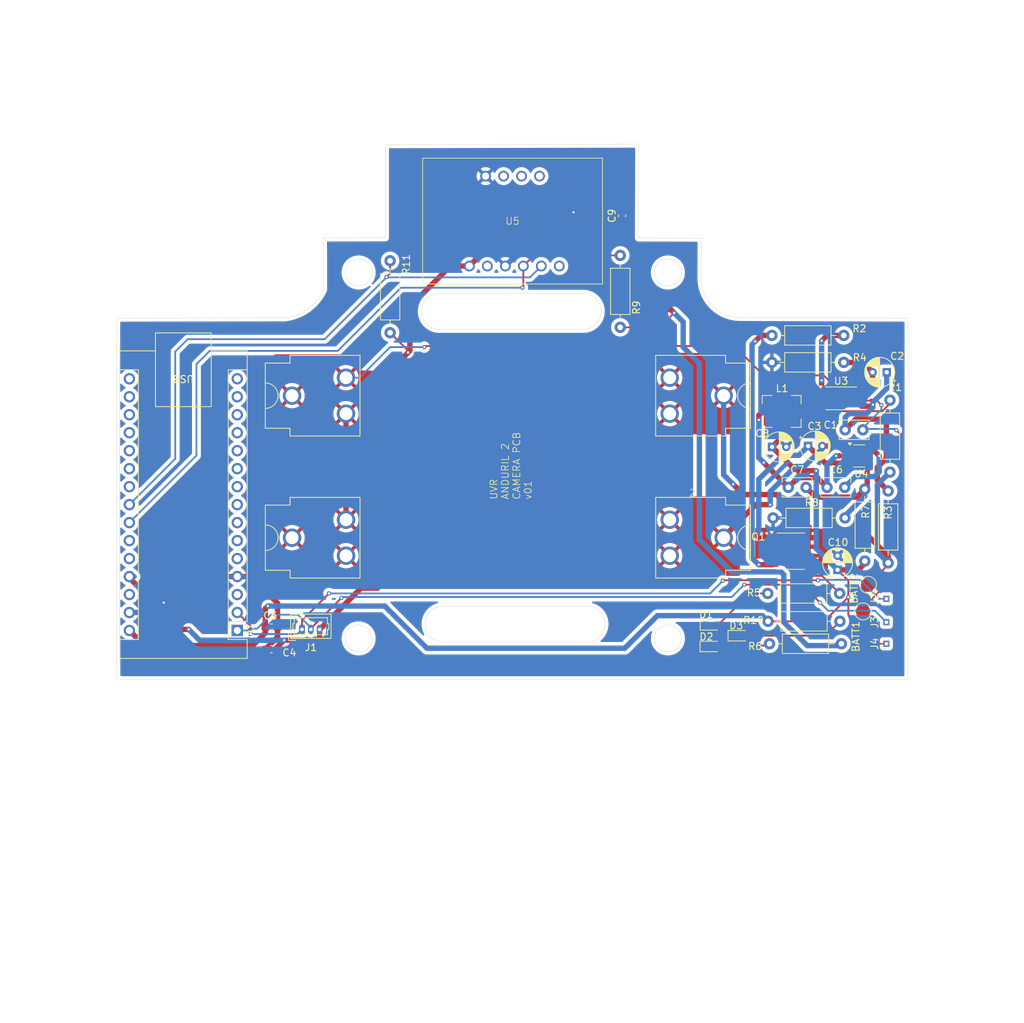
<source format=kicad_pcb>
(kicad_pcb (version 20240108) (generator "pcbnew") (generator_version "8.0")
  (layers (0 "F.Cu" signal) (31 "B.Cu" signal) (34 "B.Paste" user) (35 "F.Paste" user) (36 "B.SilkS" user "B.Silkscreen") (37 "F.SilkS" user "F.Silkscreen") (38 "B.Mask" user) (39 "F.Mask" user) (44 "Edge.Cuts" user))
  (net 0 "")
  (net 4 "GND")
  (net 8 "/A4")
  (net 14 "Net-(A1-D0{slash}RX)")
  (net 16 "/A5")
  (net 19 "Net-(A1-D1{slash}TX)")
  (net 26 "/+5V")
  (net 29 "/5V")
  (net 30 "/V-BATT+")
  (net 31 "/V-mid")
  (net 32 "/+7.4V")
  (net 33 "Net-(U4-SW)")
  (net 34 "Net-(U4-BST)")
  (net 35 "Net-(U4-FB)")
  (net 36 "Net-(Q1-G)")
  (net 37 "Net-(D1-K)")
  (net 38 "Net-(D1-A)")
  (net 39 "Net-(D2-K)")
  (net 40 "Net-(D2-A)")
  (net 41 "Net-(D3-K)")
  (net 42 "Net-(D3-A)")
  (net 43 "/VMP")
  (net 44 "/DOP")
  (net 54 "Net-(U3-VDD)")
  (net 55 "Net-(U3-VSS)")
  (net 56 "Net-(U2--)")
  (footprint "TestPoint:TestPoint_Pad_D2.0mm" (layer "F.Cu") (at 189.9412 112.5728)
    (property "Reference" "BATT2")
    (property "Value" "TestPoint")
  )
  (footprint "Resistor_THT:R_Axial_DIN0207_L6.3mm_D2.5mm_P10.16mm_Horizontal" (layer "F.Cu") (at 189.484 109.22 90)
    (property "Reference" "R7")
    (property "Value" "52k")
  )
  (footprint "Resistor_THT:R_Axial_DIN0207_L6.3mm_D2.5mm_P10.16mm_Horizontal" (layer "F.Cu") (at 186.69 103.124 180)
    (property "Reference" "R8")
    (property "Value" "10k")
  )
  (footprint "LED_SMD:LED_0603_1608Metric_Pad1.05x0.95mm_HandSolder" (layer "F.Cu") (at 167.894 118.237)
    (property "Reference" "D1")
    (property "Value" "LED")
  )
  (footprint "Capacitor_THT:CP_Radial_D4.0mm_P2.00mm" (layer "F.Cu") (at 181.483 92.964)
    (property "Reference" "C3")
    (property "Value" "10uF")
  )
  (footprint "Resistor_THT:R_Axial_DIN0207_L6.3mm_D2.5mm_P10.16mm_Horizontal" (layer "F.Cu") (at 122.428 76.962 90)
    (property "Reference" "R11")
    (property "Value" "10k")
  )
  (footprint "TestPoint:TestPoint_Pad_D2.0mm" (layer "F.Cu") (at 189.23 116.332)
    (property "Reference" "BATT1")
    (property "Value" "TestPoint")
  )
  (footprint "Capacitor_SMD:C_0603_1608Metric_Pad1.08x0.95mm_HandSolder" (layer "F.Cu") (at 155.194 60.452 90)
    (property "Reference" "C9")
    (property "Value" "100nF")
  )
  (footprint "Resistor_THT:R_Axial_DIN0207_L6.3mm_D2.5mm_P10.16mm_Horizontal" (layer "F.Cu") (at 175.811401 117.729)
    (property "Reference" "R10")
    (property "Value" "10k")
  )
  (footprint "Package_TO_SOT_SMD:TSOT-23-6" (layer "F.Cu") (at 188.678599 94.361)
    (property "Reference" "U4")
    (property "Value" "AP62200WU")
  )
  (footprint "Resistor_THT:R_Axial_DIN0207_L6.3mm_D2.5mm_P10.16mm_Horizontal" (layer "F.Cu") (at 186.519599 81.153 180)
    (property "Reference" "R4")
    (property "Value" "51")
  )
  (footprint "Connector_Molex:Molex_PicoBlade_53047-0310_1x03_P1.25mm_Vertical" (layer "F.Cu") (at 109.982 118.872)
    (property "Reference" "J1")
    (property "Value" "Conn_01x03_Pin")
  )
  (footprint "Capacitor_THT:CP_Radial_D4.0mm_P2.00mm" (layer "F.Cu") (at 192.583599 82.55 180)
    (property "Reference" "C2")
    (property "Value" "2.2uF")
  )
  (footprint "Resistor_THT:R_Axial_DIN0207_L6.3mm_D2.5mm_P10.16mm_Horizontal" (layer "F.Cu") (at 193.04 96.647 90)
    (property "Reference" "R1")
    (property "Value" "5.1k")
  )
  (footprint "Capacitor_SMD:C_0603_1608Metric_Pad1.08x0.95mm_HandSolder" (layer "F.Cu") (at 105.664 121.666 180)
    (property "Reference" "C4")
    (property "Value" "100uF")
  )
  (footprint "Inductor_SMD:L_Bourns-SRN5040" (layer "F.Cu") (at 178.391599 87.122)
    (property "Reference" "L1")
    (property "Value" "4.7uH")
  )
  (footprint "Capacitor_THT:C_Rect_L4.0mm_W2.5mm_P2.50mm" (layer "F.Cu") (at 184.146599 98.806)
    (property "Reference" "C6")
    (property "Value" "200nF")
  )
  (footprint "LED_SMD:LED_0603_1608Metric_Pad1.05x0.95mm_HandSolder" (layer "F.Cu") (at 167.88 121.285)
    (property "Reference" "D2")
    (property "Value" "LED")
  )
  (footprint "Resistor_THT:R_Axial_DIN0207_L6.3mm_D2.5mm_P10.16mm_Horizontal" (layer "F.Cu") (at 192.786 99.314 -90)
    (property "Reference" "R3")
    (property "Value" "1k")
  )
  (footprint "Capacitor_THT:C_Rect_L4.0mm_W2.5mm_P2.50mm" (layer "F.Cu") (at 178.685599 98.806)
    (property "Reference" "C7")
    (property "Value" "20pF")
  )
  (footprint "Capacitor_THT:CP_Radial_D4.0mm_P2.00mm" (layer "F.Cu") (at 176.391599 93.091)
    (property "Reference" "C8")
    (property "Value" "22uF")
  )
  (footprint "Capacitor_THT:CP_Radial_D4.0mm_P2.00mm" (layer "F.Cu") (at 185.630599 110.458 90)
    (property "Reference" "C10")
    (property "Value" "22uF")
  )
  (footprint "Package_SO:SO-8_3.9x4.9mm_P1.27mm" (layer "F.Cu") (at 179.026599 107.823)
    (property "Reference" "Q1")
    (property "Value" "IRF7780M")
  )
  (footprint "Capacitor_THT:C_Rect_L4.0mm_W2.5mm_P2.50mm" (layer "F.Cu") (at 186.71 90.678)
    (property "Reference" "C1")
    (property "Value" "0.1uF")
  )
  (footprint "Connector_PinHeader_1.00mm:PinHeader_1x01_P1.00mm_Vertical" (layer "F.Cu") (at 192.532 120.904 90)
    (property "Reference" "J4")
    (property "Value" "Conn_01x01_Pin")
  )
  (footprint "Package_SO:TSSOP-8_4.4x3mm_P0.65mm" (layer "F.Cu") (at 186.138599 86.233)
    (property "Reference" "U3")
    (property "Value" "~")
  )
  (footprint "Capacitor_SMD:C_0603_1608Metric_Pad1.08x0.95mm_HandSolder" (layer "F.Cu") (at 105.664 118.618 180)
    (property "Reference" "C5")
    (property "Value" "100nF")
  )
  (footprint "Connector_PinHeader_1.00mm:PinHeader_1x01_P1.00mm_Vertical" (layer "F.Cu") (at 192.532 117.856 90)
    (property "Reference" "J3")
    (property "Value" "Conn_01x01_Pin")
  )
  (footprint "Resistor_THT:R_Axial_DIN0207_L6.3mm_D2.5mm_P10.16mm_Horizontal" (layer "F.Cu") (at 154.94 76.2 90)
    (property "Reference" "R9")
    (property "Value" "10k")
  )
  (footprint "CUSTOM_footprints:BatteryClip_Keystone_54_D16-19mm" (layer "F.Cu") (at 171.577 85.852 180)
    (property "Reference" "U1" (hide yes))
    (property "Value" "3.4v")
  )
  (footprint "CUSTOM_footprints:ADX375L" (layer "F.Cu") (at 139.7254 61.1886)
    (property "Reference" "U5")
    (property "Value" "~")
  )
  (footprint "Resistor_THT:R_Axial_DIN0207_L6.3mm_D2.5mm_P10.16mm_Horizontal" (layer "F.Cu") (at 186.182 120.904 180)
    (property "Reference" "R6")
    (property "Value" "10k")
  )
  (footprint "CUSTOM_footprints:BatteryClip_Keystone_54_D16-19mm" (layer "F.Cu") (at 106.549 105.918)
    (property "Reference" "U2" (hide yes))
    (property "Value" "3.4v")
  )
  (footprint "Connector_PinHeader_1.00mm:PinHeader_1x01_P1.00mm_Vertical" (layer "F.Cu") (at 192.532 114.554 90)
    (property "Reference" "J2")
    (property "Value" "Conn_01x01_Pin")
  )
  (footprint "Resistor_THT:R_Axial_DIN0207_L6.3mm_D2.5mm_P10.16mm_Horizontal" (layer "F.Cu") (at 185.928 113.792 180)
    (property "Reference" "R5")
    (property "Value" "10k")
  )
  (footprint "Resistor_THT:R_Axial_DIN0207_L6.3mm_D2.5mm_P10.16mm_Horizontal" (layer "F.Cu") (at 176.359599 77.343)
    (property "Reference" "R2")
    (property "Value" "5.1k")
  )
  (footprint "LED_SMD:LED_0603_1608Metric_Pad1.05x0.95mm_HandSolder" (layer "F.Cu") (at 171.831 119.761)
    (property "Reference" "D3")
    (property "Value" "LED")
  )
  (footprint "Module:Arduino_Nano" (layer "F.Cu") (at 100.838 119.0244 180)
    (property "Reference" "A1")
    (property "Value" "Arduino_Nano_v2.x")
  )
  (gr_circle (center 117.983 68.453) (end 119.888 68.453) (stroke (width 0.05)) (fill none) (layer "Edge.Cuts"))
  (gr_line (start 83.8 74.9) (end 83.82 125.984) (stroke (width 0.05)) (layer "Edge.Cuts"))
  (gr_line (start 121.7676 63.5508) (end 121.7676 50.3936) (stroke (width 0.05)) (layer "Edge.Cuts"))
  (gr_line (start 129.921 115.57) (end 150.241 115.57) (stroke (width 0.05)) (layer "Edge.Cuts"))
  (gr_arc (start 171.857121 74.797707) (mid 167.932373 73.125641) (end 166.3492 69.1642) (stroke (width 0.05)) (layer "Edge.Cuts"))
  (gr_line (start 195.58 125.984) (end 195.6 74.9) (stroke (width 0.05)) (layer "Edge.Cuts"))
  (gr_line (start 166.3492 69.1642) (end 166.37 64.008) (stroke (width 0.05)) (layer "Edge.Cuts"))
  (gr_arc (start 152.2476 73.939402) (mid 151.503651 75.735452) (end 149.7076 76.479402) (stroke (width 0.05)) (layer "Edge.Cuts"))
  (gr_line (start 107.569 74.8538) (end 83.8 74.9) (stroke (width 0.05)) (layer "Edge.Cuts"))
  (gr_line (start 113.03 66.421) (end 113.0046 63.5762) (stroke (width 0.05)) (layer "Edge.Cuts"))
  (gr_line (start 129.3876 71.3994) (end 149.7076 71.3994) (stroke (width 0.05)) (layer "Edge.Cuts"))
  (gr_circle (center 117.983 120.142) (end 119.888 120.142) (stroke (width 0.05)) (fill none) (layer "Edge.Cuts"))
  (gr_line (start 157.5054 63.5762) (end 166.37 63.6016) (stroke (width 0.05)) (layer "Edge.Cuts"))
  (gr_line (start 157.5054 63.5762) (end 157.5562 50.3174) (stroke (width 0.05)) (layer "Edge.Cuts"))
  (gr_arc (start 149.7076 71.3994) (mid 151.503651 72.143349) (end 152.2476 73.9394) (stroke (width 0.05)) (layer "Edge.Cuts"))
  (gr_arc (start 150.241 115.57) (mid 152.037051 116.313949) (end 152.781 118.11) (stroke (width 0.05)) (layer "Edge.Cuts"))
  (gr_arc (start 113.03 70.8914) (mid 110.816978 73.585791) (end 107.569 74.8538) (stroke (width 0.05)) (layer "Edge.Cuts"))
  (gr_line (start 166.37 63.6016) (end 166.37 64.008) (stroke (width 0.05)) (layer "Edge.Cuts"))
  (gr_circle (center 161.671 120.142) (end 163.576 120.142) (stroke (width 0.05)) (fill none) (layer "Edge.Cuts"))
  (gr_arc (start 129.3876 76.4794) (mid 127.591549 75.735451) (end 126.8476 73.9394) (stroke (width 0.05)) (layer "Edge.Cuts"))
  (gr_arc (start 127.380999 118.109999) (mid 128.124948 116.313948) (end 129.920999 115.569999) (stroke (width 0.05)) (layer "Edge.Cuts"))
  (gr_line (start 113.03 70.8914) (end 113.03 66.421) (stroke (width 0.05)) (layer "Edge.Cuts"))
  (gr_line (start 121.7676 50.3936) (end 123.0122 50.3936) (stroke (width 0.05)) (layer "Edge.Cuts"))
  (gr_line (start 121.7676 63.5508) (end 113.0046 63.5762) (stroke (width 0.05)) (layer "Edge.Cuts"))
  (gr_line (start 195.6 74.9) (end 171.857121 74.797707) (stroke (width 0.05)) (layer "Edge.Cuts"))
  (gr_line (start 129.3876 76.4794) (end 149.7076 76.4794) (stroke (width 0.05)) (layer "Edge.Cuts"))
  (gr_arc (start 126.847599 73.939399) (mid 127.591548 72.143348) (end 129.387599 71.399399) (stroke (width 0.05)) (layer "Edge.Cuts"))
  (gr_line (start 129.921 120.65) (end 150.241 120.65) (stroke (width 0.05)) (layer "Edge.Cuts"))
  (gr_line (start 157.5562 50.3174) (end 123.0122 50.3936) (stroke (width 0.05)) (layer "Edge.Cuts"))
  (gr_line (start 195.58 125.984) (end 83.82 125.984) (stroke (width 0.05)) (layer "Edge.Cuts"))
  (gr_arc (start 129.921 120.65) (mid 128.124949 119.906051) (end 127.381 118.11) (stroke (width 0.05)) (layer "Edge.Cuts"))
  (gr_arc (start 152.781 118.110002) (mid 152.037051 119.906052) (end 150.241 120.650002) (stroke (width 0.05)) (layer "Edge.Cuts"))
  (gr_circle (center 161.671 68.453) (end 163.576 68.453) (stroke (width 0.05)) (fill none) (layer "Edge.Cuts"))
  (gr_text "UVR\nANDURIL 2\nCAMERA PCB\nv01" (at 142.494 100.584 90) (layer "F.SilkS") (effects (font (size 1 1) (thickness 0.1)) (justify left bottom)))
  (gr_text "2" (at 164.592 100.203 0) (layer "F.SilkS") (effects (font (size 1 1) (thickness 0.1)) (justify left bottom)))
  (segment (start 155.194 59.5895) (end 148.6905 59.5895) (width 0.762) (layer "F.Cu") (net 4))
  (segment (start 104.8015 121.666) (end 106.5265 119.941) (width 0.762) (layer "F.Cu") (net 4))
  (segment (start 94.1324 111.4044) (end 100.838 111.4044) (width 0.762) (layer "F.Cu") (net 4))
  (segment (start 90.4494 115.0874) (end 94.1324 111.4044) (width 0.762) (layer "F.Cu") (net 4))
  (segment (start 106.5265 119.941) (end 106.5265 118.618) (width 0.762) (layer "F.Cu") (net 4))
  (segment (start 148.6905 59.5895) (end 148.336 59.944) (width 0.762) (layer "F.Cu") (net 4))
  (segment (start 106.5265 118.618) (end 106.5265 115.1625) (width 0.762) (layer "F.Cu") (net 4))
  (segment (start 106.5265 115.1625) (end 102.7684 111.4044) (width 0.762) (layer "F.Cu") (net 4))
  (segment (start 102.7684 111.4044) (end 100.838 111.4044) (width 0.762) (layer "F.Cu") (net 4))
  (via (at 90.4494 115.0874) (size 0.6) (drill 0.3) (layers "F.Cu" "B.Cu") (net 4))
  (via (at 148.336 59.944) (size 0.6) (drill 0.3) (layers "F.Cu" "B.Cu") (net 4))
  (segment (start 146.304 59.944) (end 138.7094 67.5386) (width 0.762) (layer "B.Cu") (net 4))
  (segment (start 148.336 59.944) (end 146.304 59.944) (width 0.762) (layer "B.Cu") (net 4))
  (segment (start 89.0524 116.4844) (end 85.598 116.4844) (width 0.762) (layer "B.Cu") (net 4))
  (segment (start 90.4494 115.0874) (end 89.0524 116.4844) (width 0.762) (layer "B.Cu") (net 4))
  (segment (start 90.4494 115.0874) (end 89.3064 116.2304) (width 0.762) (layer "B.Cu") (net 4))
  (segment (start 122.428 68.58) (end 121.92 69.088) (width 0.254) (layer "F.Cu") (net 8))
  (segment (start 122.428 66.802) (end 122.428 68.58) (width 0.254) (layer "F.Cu") (net 8))
  (via (at 121.92 69.088) (size 0.6) (drill 0.3) (layers "F.Cu" "B.Cu") (net 8))
  (segment (start 113.1824 77.8764) (end 121.92 69.1388) (width 0.254) (layer "B.Cu") (net 8))
  (segment (start 85.598 101.2444) (end 92.074106 94.768294) (width 0.254) (layer "B.Cu") (net 8))
  (segment (start 121.92 69.1388) (end 121.92 69.088) (width 0.254) (layer "B.Cu") (net 8))
  (segment (start 121.9708 69.088) (end 121.92 69.1388) (width 0.254) (layer "B.Cu") (net 8))
  (segment (start 92.074106 94.768294) (end 92.074106 79.629894) (width 0.254) (layer "B.Cu") (net 8))
  (segment (start 92.074106 79.629894) (end 93.8276 77.8764) (width 0.254) (layer "B.Cu") (net 8))
  (segment (start 142.1892 69.1388) (end 143.7894 67.5386) (width 0.254) (layer "B.Cu") (net 8))
  (segment (start 93.8276 77.8764) (end 113.1824 77.8764) (width 0.254) (layer "B.Cu") (net 8))
  (segment (start 121.92 69.088) (end 121.9708 69.088) (width 0.254) (layer "B.Cu") (net 8))
  (segment (start 121.92 69.1388) (end 142.1892 69.1388) (width 0.254) (layer "B.Cu") (net 8))
  (segment (start 113.792 113.792) (end 109.982 117.602) (width 0.254) (layer "F.Cu") (net 14))
  (segment (start 182.88 111.9298) (end 169.5022 111.9298) (width 0.254) (layer "F.Cu") (net 14))
  (segment (start 102.719247 118.365647) (end 100.838 116.4844) (width 0.254) (layer "F.Cu") (net 14))
  (segment (start 102.719247 119.500455) (end 102.719247 118.365647) (width 0.254) (layer "F.Cu") (net 14))
  (segment (start 169.5022 111.9298) (end 169.418 112.014) (width 0.254) (layer "F.Cu") (net 14))
  (segment (start 109.982 117.602) (end 109.982 118.872) (width 0.254) (layer "F.Cu") (net 14))
  (via (at 182.88 111.9298) (size 0.6) (drill 0.3) (layers "F.Cu" "B.Cu") (net 14))
  (via (at 113.792 113.792) (size 0.6) (drill 0.3) (layers "F.Cu" "B.Cu") (net 14))
  (via (at 169.418 112.014) (size 0.6) (drill 0.3) (layers "F.Cu" "B.Cu") (net 14))
  (via (at 102.719247 119.500455) (size 0.6) (drill 0.3) (layers "F.Cu" "B.Cu") (net 14))
  (segment (start 169.418 112.014) (end 169.5672 111.8648) (width 0.254) (layer "B.Cu") (net 14))
  (segment (start 167.64 113.792) (end 169.418 112.014) (width 0.254) (layer "B.Cu") (net 14))
  (segment (start 102.751192 119.5324) (end 109.3216 119.5324) (width 0.254) (layer "B.Cu") (net 14))
  (segment (start 191.516 114.554) (end 192.532 114.554) (width 0.254) (layer "B.Cu") (net 14))
  (segment (start 113.792 113.792) (end 167.64 113.792) (width 0.254) (layer "B.Cu") (net 14))
  (segment (start 102.719247 119.500455) (end 102.751192 119.5324) (width 0.254) (layer "B.Cu") (net 14))
  (segment (start 109.3216 119.5324) (end 109.982 118.872) (width 0.254) (layer "B.Cu") (net 14))
  (segment (start 188.8268 111.8648) (end 191.516 114.554) (width 0.254) (layer "B.Cu") (net 14))
  (segment (start 182.945 111.8648) (end 188.8268 111.8648) (width 0.254) (layer "B.Cu") (net 14))
  (segment (start 182.88 111.9298) (end 182.945 111.8648) (width 0.254) (layer "B.Cu") (net 14))
  (segment (start 141.2494 70.4724) (end 141.2494 67.5386) (width 0.254) (layer "F.Cu") (net 16))
  (segment (start 154.94 66.04) (end 142.748 66.04) (width 0.254) (layer "F.Cu") (net 16))
  (segment (start 141.1224 70.5994) (end 141.2494 70.4724) (width 0.254) (layer "F.Cu") (net 16))
  (segment (start 142.748 66.04) (end 141.2494 67.5386) (width 0.254) (layer "F.Cu") (net 16))
  (via (at 141.1224 70.5994) (size 0.6) (drill 0.3) (layers "F.Cu" "B.Cu") (net 16))
  (segment (start 85.598 103.7844) (end 95.0722 94.3102) (width 0.254) (layer "B.Cu") (net 16))
  (segment (start 95.0722 81.407) (end 96.9518 79.5274) (width 0.254) (layer "B.Cu") (net 16))
  (segment (start 95.0722 94.3102) (end 95.0722 94.107) (width 0.254) (layer "B.Cu") (net 16))
  (segment (start 123.9646 70.5994) (end 141.1224 70.5994) (width 0.254) (layer "B.Cu") (net 16))
  (segment (start 95.0722 94.107) (end 95.0722 81.407) (width 0.254) (layer "B.Cu") (net 16))
  (segment (start 96.9518 79.5274) (end 115.0366 79.5274) (width 0.254) (layer "B.Cu") (net 16))
  (segment (start 123.7234 70.8406) (end 123.9646 70.5994) (width 0.254) (layer "B.Cu") (net 16))
  (segment (start 115.0366 79.5274) (end 123.7234 70.8406) (width 0.254) (layer "B.Cu") (net 16))
  (segment (start 183.134 115.062) (end 180.6288 112.5568) (width 0.254) (layer "F.Cu") (net 19))
  (segment (start 111.232 118.872) (end 111.232 118.622) (width 0.254) (layer "F.Cu") (net 19))
  (segment (start 111.232 118.872) (end 111.232 118.741) (width 0.254) (layer "F.Cu") (net 19))
  (segment (start 180.6288 112.5568) (end 172.466 112.5568) (width 0.254) (layer "F.Cu") (net 19))
  (segment (start 111.232 118.741) (end 115.554 114.419) (width 0.254) (layer "F.Cu") (net 19))
  (via (at 172.466 112.5568) (size 0.6) (drill 0.3) (layers "F.Cu" "B.Cu") (net 19))
  (via (at 115.554 114.419) (size 0.6) (drill 0.3) (layers "F.Cu" "B.Cu") (net 19))
  (via (at 183.134 115.062) (size 0.6) (drill 0.3) (layers "F.Cu" "B.Cu") (net 19))
  (segment (start 105.6132 116.7892) (end 103.632 118.7704) (width 0.254) (layer "B.Cu") (net 19))
  (segment (start 102.3112 119.0244) (end 102.5652 118.7704) (width 0.254) (layer "B.Cu") (net 19))
  (segment (start 172.466 112.522) (end 170.688 114.3) (width 0.254) (layer "B.Cu") (net 19))
  (segment (start 109.3992 116.7892) (end 105.6132 116.7892) (width 0.254) (layer "B.Cu") (net 19))
  (segment (start 170.688 114.3) (end 115.554 114.3) (width 0.254) (layer "B.Cu") (net 19))
  (segment (start 111.232 118.622) (end 109.3992 116.7892) (width 0.254) (layer "B.Cu") (net 19))
  (segment (start 103.632 118.7704) (end 102.5652 118.7704) (width 0.254) (layer "B.Cu") (net 19))
  (segment (start 100.838 119.0244) (end 102.3112 119.0244) (width 0.254) (layer "B.Cu") (net 19))
  (segment (start 184.3024 116.2304) (end 183.134 115.062) (width 0.254) (layer "B.Cu") (net 19))
  (segment (start 111.232 118.622) (end 111.232 118.872) (width 0.254) (layer "B.Cu") (net 19))
  (segment (start 190.9064 116.2304) (end 184.3024 116.2304) (width 0.254) (layer "B.Cu") (net 19))
  (segment (start 192.532 117.856) (end 190.9064 116.2304) (width 0.254) (layer "B.Cu") (net 19))
  (segment (start 161.2657 73.6843) (end 158.671882 71.090482) (width 0.762) (layer "F.Cu") (net 26))
  (segment (start 106.5265 121.3115) (end 106.5265 121.666) (width 0.762) (layer "F.Cu") (net 26))
  (segment (start 118.324 113.03) (end 112.482 118.872) (width 0.762) (layer "F.Cu") (net 26))
  (segment (start 162.56 74.168) (end 162.0763 73.6843) (width 0.762) (layer "F.Cu") (net 26))
  (segment (start 156.972 65.532) (end 155.194 63.754) (width 0.762) (layer "F.Cu") (net 26))
  (segment (start 112.482 120.284) (end 112.482 118.872) (width 0.762) (layer "F.Cu") (net 26))
  (segment (start 92.873526 118.872) (end 85.598 111.596474) (width 0.762) (layer "F.Cu") (net 26))
  (segment (start 120.65 113.03) (end 118.324 113.03) (width 0.762) (layer "F.Cu") (net 26))
  (segment (start 162.0763 73.6843) (end 161.2657 73.6843) (width 0.762) (layer "F.Cu") (net 26))
  (segment (start 122.428 76.962) (end 124.968 79.502) (width 0.254) (layer "F.Cu") (net 26))
  (segment (start 121.412 83.312) (end 124.968 79.756) (width 0.762) (layer "F.Cu") (net 26))
  (segment (start 125.222 79.502) (end 125.222 73.25433) (width 0.762) (layer "F.Cu") (net 26))
  (segment (start 107.442 120.396) (end 106.5265 121.3115) (width 0.762) (layer "F.Cu") (net 26))
  (segment (start 112.37 120.396) (end 112.482 120.284) (width 0.762) (layer "F.Cu") (net 26))
  (segment (start 121.412 112.268) (end 121.412 83.312) (width 0.762) (layer "F.Cu") (net 26))
  (segment (start 133.6294 67.5386) (end 139.8535 61.3145) (width 0.762) (layer "F.Cu") (net 26))
  (segment (start 124.968 79.756) (end 125.222 79.502) (width 0.762) (layer "F.Cu") (net 26))
  (segment (start 155.194 63.754) (end 155.194 61.3145) (width 0.762) (layer "F.Cu") (net 26))
  (segment (start 158.671882 71.090482) (end 158.671882 65.532) (width 0.762) (layer "F.Cu") (net 26))
  (segment (start 124.968 79.502) (end 124.968 79.756) (width 0.254) (layer "F.Cu") (net 26))
  (segment (start 139.8535 61.3145) (end 155.194 61.3145) (width 0.762) (layer "F.Cu") (net 26))
  (segment (start 107.442 120.396) (end 112.37 120.396) (width 0.762) (layer "F.Cu") (net 26))
  (segment (start 93.98 118.872) (end 92.873526 118.872) (width 0.762) (layer "F.Cu") (net 26))
  (segment (start 154.94 76.2) (end 160.528 76.2) (width 0.254) (layer "F.Cu") (net 26))
  (segment (start 125.222 73.25433) (end 130.93773 67.5386) (width 0.762) (layer "F.Cu") (net 26))
  (segment (start 85.598 111.596474) (end 85.598 111.4044) (width 0.762) (layer "F.Cu") (net 26))
  (segment (start 160.528 76.2) (end 162.56 74.168) (width 0.254) (layer "F.Cu") (net 26))
  (segment (start 130.93773 67.5386) (end 133.6294 67.5386) (width 0.762) (layer "F.Cu") (net 26))
  (segment (start 120.65 113.03) (end 121.412 112.268) (width 0.762) (layer "F.Cu") (net 26))
  (segment (start 158.671882 65.532) (end 156.972 65.532) (width 0.762) (layer "F.Cu") (net 26))
  (via (at 107.442 120.396) (size 0.6) (drill 0.3) (layers "F.Cu" "B.Cu") (net 26))
  (via (at 124.968 79.756) (size 0.6) (drill 0.3) (layers "F.Cu" "B.Cu") (net 26))
  (via (at 93.98 118.872) (size 0.6) (drill 0.3) (layers "F.Cu" "B.Cu") (net 26))
  (via (at 162.56 74.168) (size 0.6) (drill 0.3) (layers "F.Cu" "B.Cu") (net 26))
  (segment (start 166.116 81.28) (end 166.116 106.172) (width 0.762) (layer "B.Cu") (net 26))
  (segment (start 178.054 111.1568) (end 178.054 117.856) (width 0.762) (layer "B.Cu") (net 26))
  (segment (start 166.116 106.172) (end 170.688 110.744) (width 0.762) (layer "B.Cu") (net 26))
  (segment (start 163.83 75.438) (end 163.83 78.967262) (width 0.762) (layer "B.Cu") (net 26))
  (segment (start 170.688 110.744) (end 177.6412 110.744) (width 0.762) (layer "B.Cu") (net 26))
  (segment (start 163.816631 78.980631) (end 166.116 81.28) (width 0.762) (layer "B.Cu") (net 26))
  (segment (start 162.56 74.168) (end 163.83 75.438) (width 0.762) (layer "B.Cu") (net 26))
  (segment (start 177.6412 110.744) (end 178.054 111.1568) (width 0.762) (layer "B.Cu") (net 26))
  (segment (start 107.4326 120.4054) (end 95.5134 120.4054) (width 0.762) (layer "B.Cu") (net 26))
  (segment (start 181.356 121.158) (end 186.055 121.158) (width 0.762) (layer "B.Cu") (net 26))
  (segment (start 86.2584 111.4044) (end 85.598 111.4044) (width 0.762) (layer "B.Cu") (net 26))
  (segment (start 163.83 78.967262) (end 163.816631 78.980631) (width 0.762) (layer "B.Cu") (net 26))
  (segment (start 107.442 120.396) (end 107.4326 120.4054) (width 0.762) (layer "B.Cu") (net 26))
  (segment (start 178.054 117.856) (end 181.356 121.158) (width 0.762) (layer "B.Cu") (net 26))
  (segment (start 95.5134 120.4054) (end 93.98 118.872) (width 0.762) (layer "B.Cu") (net 26))
  (segment (start 187.15389 114.314335) (end 187.241155 114.4016) (width 0.254) (layer "F.Cu") (net 29))
  (segment (start 187.15389 114.314335) (end 187.15389 116.79589) (width 0.254) (layer "F.Cu") (net 29))
  (segment (start 191.262 120.904) (end 192.532 120.904) (width 0.254) (layer "F.Cu") (net 29))
  (segment (start 183.739225 117.729) (end 175.811401 117.729) (width 0.254) (layer "F.Cu") (net 29))
  (segment (start 179.541599 90.641599) (end 179.541599 88.062) (width 0.762) (layer "F.Cu") (net 29))
  (segment (start 87.7316 121.158) (end 103.008359 121.158) (width 0.762) (layer "F.Cu") (net 29))
  (segment (start 104.8015 119.364859) (end 104.8015 118.618) (width 0.762) (layer "F.Cu") (net 29))
  (segment (start 176.391599 93.091) (end 178.804599 90.678) (width 0.762) (layer "F.Cu") (net 29))
  (segment (start 103.008359 121.158) (end 104.8015 119.364859) (width 0.762) (layer "F.Cu") (net 29))
  (segment (start 85.598 119.0244) (end 87.7316 121.158) (width 0.762) (layer "F.Cu") (net 29))
  (segment (start 178.804599 90.678) (end 179.505198 90.678) (width 0.762) (layer "F.Cu") (net 29))
  (segment (start 179.505198 90.678) (end 179.541599 90.641599) (width 0.762) (layer "F.Cu") (net 29))
  (segment (start 188.583599 110.458) (end 189.821599 109.22) (width 0.762) (layer "F.Cu") (net 29))
  (segment (start 187.15389 114.314335) (end 187.15389 111.981291) (width 0.254) (layer "F.Cu") (net 29))
  (segment (start 187.15389 116.79589) (end 191.262 120.904) (width 0.254) (layer "F.Cu") (net 29))
  (segment (start 187.15389 111.981291) (end 185.630599 110.458) (width 0.254) (layer "F.Cu") (net 29))
  (segment (start 104.8015 118.618) (end 104.8015 115.9245) (width 0.762) (layer "F.Cu") (net 29))
  (segment (start 185.630599 110.458) (end 188.583599 110.458) (width 0.762) (layer "F.Cu") (net 29))
  (segment (start 182.626 96.463) (end 179.763599 96.463) (width 0.762) (layer "F.Cu") (net 29))
  (segment (start 104.8015 115.9245) (end 105.156 115.57) (width 0.762) (layer "F.Cu") (net 29))
  (segment (start 179.763599 96.463) (end 176.391599 93.091) (width 0.762) (layer "F.Cu") (net 29))
  (segment (start 187.15389 114.314335) (end 183.739225 117.729) (width 0.254) (layer "F.Cu") (net 29))
  (via (at 182.626 96.463) (size 0.6) (drill 0.3) (layers "F.Cu" "B.Cu") (net 29))
  (via (at 105.156 115.57) (size 0.6) (drill 0.3) (layers "F.Cu" "B.Cu") (net 29))
  (via (at 187.15389 114.314335) (size 0.6) (drill 0.3) (layers "F.Cu" "B.Cu") (net 29))
  (segment (start 160.184999 116.929001) (end 175.011402 116.929001) (width 0.762) (layer "B.Cu") (net 29))
  (segment (start 105.156 115.57) (end 121.666 115.57) (width 0.762) (layer "B.Cu") (net 29))
  (segment (start 121.666 115.57) (end 127.627 121.531) (width 0.762) (layer "B.Cu") (net 29))
  (segment (start 127.627 121.531) (end 155.583 121.531) (width 0.762) (layer "B.Cu") (net 29))
  (segment (start 155.583 121.531) (end 160.184999 116.929001) (width 0.762) (layer "B.Cu") (net 29))
  (segment (start 182.626 96.463) (end 182.626 107.453401) (width 0.762) (layer "B.Cu") (net 29))
  (segment (start 182.626 107.453401) (end 185.630599 110.458) (width 0.762) (layer "B.Cu") (net 29))
  (segment (start 175.011402 116.929001) (end 175.811401 117.729) (width 0.762) (layer "B.Cu") (net 29))
  (segment (start 170.8785 98.3615) (end 172.339 99.822) (width 0.762) (layer "F.Cu") (net 30))
  (segment (start 177.001473 99.822) (end 181.601599 104.422126) (width 0.762) (layer "F.Cu") (net 30))
  (segment (start 172.339 99.822) (end 177.001473 99.822) (width 0.762) (layer "F.Cu") (net 30))
  (segment (start 192.786 109.474) (end 192.786 109.728) (width 0.254) (layer "F.Cu") (net 30))
  (segment (start 190.202599 105.918) (end 181.601599 105.918) (width 0.762) (layer "F.Cu") (net 30))
  (segment (start 181.601599 104.422126) (end 181.601599 105.918) (width 0.762) (layer "F.Cu") (net 30))
  (segment (start 192.786 109.474) (end 192.786 108.501401) (width 0.762) (layer "F.Cu") (net 30))
  (segment (start 192.786 108.501401) (end 190.202599 105.918) (width 0.762) (layer "F.Cu") (net 30))
  (segment (start 192.786 109.728) (end 189.9412 112.5728) (width 0.254) (layer "F.Cu") (net 30))
  (via (at 170.8785 98.3615) (size 0.6) (drill 0.3) (layers "F.Cu" "B.Cu") (net 30))
  (segment (start 191.262 107.95) (end 192.786 109.474) (width 0.762) (layer "B.Cu") (net 30))
  (segment (start 170.8785 98.3615) (end 169.545 97.028) (width 0.762) (layer "B.Cu") (net 30))
  (segment (start 193.04 96.647) (end 191.262 98.425) (width 0.762) (layer "B.Cu") (net 30))
  (segment (start 169.545 97.028) (end 169.545 85.852) (width 0.762) (layer "B.Cu") (net 30))
  (segment (start 191.262 98.425) (end 191.262 107.95) (width 0.762) (layer "B.Cu") (net 30))
  (segment (start 189.8904 116.3828) (end 189.8904 115.1636) (width 0.254) (layer "F.Cu") (net 31))
  (segment (start 189.921 86.558) (end 189.001099 86.558) (width 0.254) (layer "F.Cu") (net 31))
  (segment (start 183.681263 82.985) (end 175.187 82.985) (width 0.254) (layer "F.Cu") (net 31))
  (segment (start 189.8904 115.1636) (end 194.631599 110.422401) (width 0.254) (layer "F.Cu") (net 31))
  (segment (start 175.187 82.985) (end 171.0436 78.8416) (width 0.254) (layer "F.Cu") (net 31))
  (segment (start 171.0436 78.8416) (end 127.4064 78.8416) (width 0.254) (layer "F.Cu") (net 31))
  (segment (start 190.333736 86.414) (end 190.189736 86.558) (width 0.254) (layer "F.Cu") (net 31))
  (segment (start 187.254263 86.558) (end 183.681263 82.985) (width 0.254) (layer "F.Cu") (net 31))
  (segment (start 116.201 88.396) (end 116.197 88.392) (width 0.762) (layer "F.Cu") (net 31))
  (segment (start 116.201 103.378) (end 116.201 88.396) (width 0.762) (layer "F.Cu") (net 31))
  (segment (start 194.631599 91.405999) (end 193.9544 90.7288) (width 0.254) (layer "F.Cu") (net 31))
  (segment (start 191.821462 87.173462) (end 191.062 86.414) (width 0.254) (layer "F.Cu") (net 31))
  (segment (start 191.062 86.414) (end 190.333736 86.414) (width 0.254) (layer "F.Cu") (net 31))
  (segment (start 189.001099 86.558) (end 187.254263 86.558) (width 0.254) (layer "F.Cu") (net 31))
  (segment (start 127.4064 78.8416) (end 127.254 78.994) (width 0.254) (layer "F.Cu") (net 31))
  (segment (start 190.189736 86.558) (end 189.921 86.558) (width 0.254) (layer "F.Cu") (net 31))
  (segment (start 194.631599 110.422401) (end 194.631599 91.405999) (width 0.254) (layer "F.Cu") (net 31))
  (via (at 127.254 78.994) (size 0.6) (drill 0.3) (layers "F.Cu" "B.Cu") (net 31))
  (via (at 193.9544 90.7288) (size 0.6) (drill 0.3) (layers "F.Cu" "B.Cu") (net 31))
  (via (at 191.821462 87.173462) (size 0.6) (drill 0.3) (layers "F.Cu" "B.Cu") (net 31))
  (segment (start 189.21 90.424) (end 191.821462 87.812538) (width 0.254) (layer "B.Cu") (net 31))
  (segment (start 191.821462 87.812538) (end 191.821462 87.173462) (width 0.254) (layer "B.Cu") (net 31))
  (segment (start 118.11 83.312) (end 122.428 78.994) (width 0.254) (layer "B.Cu") (net 31))
  (segment (start 116.197 83.312) (end 118.11 83.312) (width 0.254) (layer "B.Cu") (net 31))
  (segment (start 189.21 90.678) (end 189.21 90.424) (width 0.254) (layer "B.Cu") (net 31))
  (segment (start 193.7766 90.551) (end 189.337 90.551) (width 0.254) (layer "B.Cu") (net 31))
  (segment (start 122.428 78.994) (end 127.254 78.994) (width 0.254) (layer "B.Cu") (net 31))
  (segment (start 189.337 90.551) (end 189.21 90.678) (width 0.254) (layer "B.Cu") (net 31))
  (segment (start 193.9544 90.7288) (end 193.7766 90.551) (width 0.254) (layer "B.Cu") (net 31))
  (segment (start 178.704195 108.458) (end 181.548995 111.3028) (width 0.254) (layer "F.Cu") (net 32))
  (segment (start 181.548995 111.3028) (end 183.4388 111.3028) (width 0.254) (layer "F.Cu") (net 32))
  (segment (start 185.801 95.377) (end 185.867 95.311) (width 0.254) (layer "F.Cu") (net 32))
  (segment (start 176.451599 108.458) (end 178.704195 108.458) (width 0.254) (layer "F.Cu") (net 32))
  (segment (start 183.896 95.377) (end 185.801 95.377) (width 0.762) (layer "F.Cu") (net 32))
  (segment (start 183.4388 111.3028) (end 185.928 113.792) (width 0.254) (layer "F.Cu") (net 32))
  (segment (start 176.451599 105.918) (end 175.514 105.918) (width 0.762) (layer "F.Cu") (net 32))
  (segment (start 187.541099 95.311) (end 185.867 95.311) (width 0.254) (layer "F.Cu") (net 32))
  (segment (start 181.483 92.964) (end 183.896 95.377) (width 0.762) (layer "F.Cu") (net 32))
  (segment (start 175.514 105.918) (end 174.879 105.283) (width 0.762) (layer "F.Cu") (net 32))
  (via (at 174.879 105.283) (size 0.6) (drill 0.3) (layers "F.Cu" "B.Cu") (net 32))
  (segment (start 177.902412 94.272) (end 180.175 94.272) (width 0.762) (layer "B.Cu") (net 32))
  (segment (start 174.879 105.283) (end 174.517 104.921) (width 0.762) (layer "B.Cu") (net 32))
  (segment (start 174.517 97.657412) (end 177.902412 94.272) (width 0.762) (layer "B.Cu") (net 32))
  (segment (start 174.517 104.921) (end 174.517 97.657412) (width 0.762) (layer "B.Cu") (net 32))
  (segment (start 180.175 94.272) (end 181.483 92.964) (width 0.762) (layer "B.Cu") (net 32))
  (segment (start 175.210599 95.302199) (end 175.2092 95.3008) (width 0.762) (layer "F.Cu") (net 33))
  (segment (start 174.517 88.596599) (end 175.991599 87.122) (width 0.762) (layer "F.Cu") (net 33))
  (segment (start 187.541099 94.361) (end 185.928 94.361) (width 0.254) (layer "F.Cu") (net 33))
  (segment (start 178.685599 98.806) (end 180.066599 97.425) (width 0.762) (layer "F.Cu") (net 33))
  (segment (start 185.801 94.361) (end 185.928 94.361) (width 0.762) (layer "F.Cu") (net 33))
  (segment (start 175.210599 95.331) (end 175.210599 95.302199) (width 0.762) (layer "F.Cu") (net 33))
  (segment (start 182.765599 97.425) (end 184.146599 98.806) (width 0.762) (layer "F.Cu") (net 33))
  (segment (start 175.210599 95.331) (end 178.685599 98.806) (width 0.762) (layer "F.Cu") (net 33))
  (segment (start 185.42 94.361) (end 185.801 94.361) (width 0.762) (layer "F.Cu") (net 33))
  (segment (start 180.066599 97.425) (end 182.765599 97.425) (width 0.762) (layer "F.Cu") (net 33))
  (segment (start 174.517 89.2874) (end 174.517 88.596599) (width 0.762) (layer "F.Cu") (net 33))
  (via (at 174.517 89.2874) (size 0.6) (drill 0.3) (layers "F.Cu" "B.Cu") (net 33))
  (via (at 175.2092 95.3008) (size 0.6) (drill 0.3) (layers "F.Cu" "B.Cu") (net 33))
  (via (at 185.42 94.361) (size 0.6) (drill 0.3) (layers "F.Cu" "B.Cu") (net 33))
  (segment (start 174.517 89.2874) (end 174.517 94.6086) (width 0.762) (layer "B.Cu") (net 33))
  (segment (start 184.146599 98.806) (end 184.146599 95.634401) (width 0.762) (layer "B.Cu") (net 33))
  (segment (start 184.146599 95.634401) (end 185.42 94.361) (width 0.762) (layer "B.Cu") (net 33))
  (segment (start 174.517 94.6086) (end 175.2092 95.3008) (width 0.762) (layer "B.Cu") (net 33))
  (segment (start 189.816099 93.411) (end 190.566 93.411) (width 0.762) (layer "F.Cu") (net 34))
  (segment (start 190.566 93.411) (end 191.516 94.361) (width 0.762) (layer "F.Cu") (net 34))
  (via (at 191.516 94.361) (size 0.6) (drill 0.3) (layers "F.Cu" "B.Cu") (net 34))
  (segment (start 190.881 97.282) (end 188.170599 97.282) (width 0.762) (layer "B.Cu") (net 34))
  (segment (start 191.516 96.647) (end 190.881 97.282) (width 0.762) (layer "B.Cu") (net 34))
  (segment (start 188.170599 97.282) (end 186.646599 98.806) (width 0.762) (layer "B.Cu") (net 34))
  (segment (start 191.516 94.361) (end 191.516 96.647) (width 0.762) (layer "B.Cu") (net 34))
  (segment (start 189.821599 98.722401) (end 189.821599 95.3165) (width 0.762) (layer "F.Cu") (net 35))
  (segment (start 189.821599 95.3165) (end 189.816099 95.311) (width 0.762) (layer "F.Cu") (net 35))
  (segment (start 181.185599 98.806) (end 182.566599 100.187) (width 0.762) (layer "F.Cu") (net 35))
  (segment (start 182.566599 100.187) (end 188.357 100.187) (width 0.762) (layer "F.Cu") (net 35))
  (segment (start 188.357 100.187) (end 189.821599 98.722401) (width 0.762) (layer "F.Cu") (net 35))
  (segment (start 189.821599 99.06) (end 189.484 99.06) (width 0.762) (layer "B.Cu") (net 35))
  (segment (start 189.484 99.06) (end 189.484 100.032599) (width 0.762) (layer "B.Cu") (net 35))
  (segment (start 189.484 100.032599) (end 186.392599 103.124) (width 0.762) (layer "B.Cu") (net 35))
  (segment (start 173.99 78.1812) (end 174.8282 77.343) (width 0.762) (layer "F.Cu") (net 36))
  (segment (start 174.8282 77.343) (end 176.359599 77.343) (width 0.762) (layer "F.Cu") (net 36))
  (segment (start 174.498 109.728) (end 176.451599 109.728) (width 0.762) (layer "F.Cu") (net 36))
  (via (at 173.99 78.1812) (size 0.6) (drill 0.3) (layers "F.Cu" "B.Cu") (net 36))
  (via (at 174.498 109.728) (size 0.6) (drill 0.3) (layers "F.Cu" "B.Cu") (net 36))
  (segment (start 173.555 108.785) (end 174.498 109.728) (width 0.762) (layer "B.Cu") (net 36))
  (segment (start 173.99 78.1812) (end 173.555 78.6162) (width 0.762) (layer "B.Cu") (net 36))
  (segment (start 173.555 78.6162) (end 173.555 108.785) (width 0.762) (layer "B.Cu") (net 36))
  (segment (start 173.214 113.792) (end 168.769 118.237) (width 0.254) (layer "F.Cu") (net 38))
  (segment (start 175.768 113.792) (end 173.214 113.792) (width 0.254) (layer "F.Cu") (net 38))
  (segment (start 168.882 121.158) (end 168.755 121.285) (width 0.254) (layer "F.Cu") (net 40))
  (segment (start 175.768 121.158) (end 168.882 121.158) (width 0.254) (layer "F.Cu") (net 40))
  (segment (start 176.022 120.904) (end 175.768 121.158) (width 0.254) (layer "F.Cu") (net 40))
  (segment (start 183.939401 119.761) (end 172.706 119.761) (width 0.254) (layer "F.Cu") (net 42))
  (segment (start 185.971401 117.729) (end 183.939401 119.761) (width 0.254) (layer "F.Cu") (net 42))
  (segment (start 182.770959 88.047) (end 182.118 87.394041) (width 0.254) (layer "F.Cu") (net 43))
  (segment (start 182.5386 86.558) (end 183.276099 86.558) (width 0.254) (layer "F.Cu") (net 43))
  (segment (start 191.944599 88.047) (end 182.770959 88.047) (width 0.254) (layer "F.Cu") (net 43))
  (segment (start 182.118 87.394041) (end 182.118 86.9786) (width 0.254) (layer "F.Cu") (net 43))
  (segment (start 193.504599 86.487) (end 191.944599 88.047) (width 0.254) (layer "F.Cu") (net 43))
  (segment (start 182.118 86.9786) (end 182.5386 86.558) (width 0.254) (layer "F.Cu") (net 43))
  (segment (start 183.388 85.127) (end 183.276099 85.127) (width 0.762) (layer "F.Cu") (net 44))
  (segment (start 186.519599 77.343) (end 184.15 77.343) (width 0.762) (layer "F.Cu") (net 44))
  (segment (start 184.15 77.343) (end 183.388 78.105) (width 0.762) (layer "F.Cu") (net 44))
  (segment (start 183.388 83.693) (end 183.388 85.127) (width 0.762) (layer "F.Cu") (net 44))
  (via (at 183.388 78.105) (size 0.6) (drill 0.3) (layers "F.Cu" "B.Cu") (net 44))
  (via (at 183.388 83.693) (size 0.6) (drill 0.3) (layers "F.Cu" "B.Cu") (net 44))
  (segment (start 183.388 78.105) (end 183.388 83.693) (width 0.762) (layer "B.Cu") (net 44))
  (segment (start 190.41 87.339) (end 189.001099 87.339) (width 0.762) (layer "F.Cu") (net 54))
  (segment (start 192.532 94.705474) (end 192.532 89.535) (width 0.762) (layer "F.Cu") (net 54))
  (segment (start 191.262 97.79) (end 191.262 95.975474) (width 0.762) (layer "F.Cu") (net 54))
  (segment (start 190.627 87.122) (end 190.41 87.339) (width 0.762) (layer "F.Cu") (net 54))
  (segment (start 192.786 99.314) (end 191.262 97.79) (width 0.762) (layer "F.Cu") (net 54))
  (segment (start 191.262 95.975474) (end 192.532 94.705474) (width 0.762) (layer "F.Cu") (net 54))
  (segment (start 192.532 89.535) (end 192.167 89.17) (width 0.762) (layer "F.Cu") (net 54))
  (segment (start 192.167 89.17) (end 188.218 89.17) (width 0.762) (layer "F.Cu") (net 54))
  (segment (start 188.218 89.17) (end 186.71 90.678) (width 0.762) (layer "F.Cu") (net 54))
  (via (at 190.627 87.122) (size 0.6) (drill 0.3) (layers "F.Cu" "B.Cu") (net 54))
  (segment (start 189.738 88.392) (end 187.238 88.392) (width 0.762) (layer "B.Cu") (net 54))
  (segment (start 187.238 88.392) (end 186.71 88.92) (width 0.762) (layer "B.Cu") (net 54))
  (segment (start 190.627 87.122) (end 190.627 87.503) (width 0.762) (layer "B.Cu") (net 54))
  (segment (start 192.583599 82.55) (end 192.583599 84.847901) (width 0.762) (layer "B.Cu") (net 54))
  (segment (start 190.627 87.503) (end 189.738 88.392) (width 0.762) (layer "B.Cu") (net 54))
  (segment (start 190.627 86.8045) (end 190.627 87.122) (width 0.762) (layer "B.Cu") (net 54))
  (segment (start 186.71 88.92) (end 186.71 90.424) (width 0.762) (layer "B.Cu") (net 54))
  (segment (start 192.583599 84.847901) (end 190.627 86.8045) (width 0.762) (layer "B.Cu") (net 54))
  (segment (start 186.519599 81.153) (end 189.186599 81.153) (width 0.762) (layer "F.Cu") (net 55))
  (segment (start 190.336 85.127) (end 189.001099 85.127) (width 0.762) (layer "F.Cu") (net 55))
  (segment (start 190.583599 82.55) (end 190.583599 84.371401) (width 0.762) (layer "F.Cu") (net 55))
  (segment (start 189.186599 81.153) (end 190.583599 82.55) (width 0.762) (layer "F.Cu") (net 55))
  (segment (start 190.373 84.582) (end 190.373 85.09) (width 0.762) (layer "F.Cu") (net 55))
  (segment (start 190.373 85.09) (end 190.336 85.127) (width 0.762) (layer "F.Cu") (net 55))
  (segment (start 190.583599 84.371401) (end 190.373 84.582) (width 0.762) (layer "F.Cu") (net 55))
  (segment (start 187.541099 93.411) (end 187.094099 92.964) (width 0.762) (layer "F.Cu") (net 56))
  (segment (start 176.1236 101.2444) (end 174.0916 101.2444) (width 0.762) (layer "F.Cu") (net 56))
  (segment (start 187.094099 92.964) (end 183.483 92.964) (width 0.762) (layer "F.Cu") (net 56))
  (segment (start 174.0916 101.2444) (end 169.549 105.787) (width 0.762) (layer "F.Cu") (net 56))
  (segment (start 169.549 105.787) (end 169.549 105.918) (width 0.762) (layer "F.Cu") (net 56))
  (via (at 176.1236 101.2444) (size 0.6) (drill 0.3) (layers "F.Cu" "B.Cu") (net 56))
  (segment (start 179.67897 95.8596) (end 180.9494 95.8596) (width 0.762) (layer "B.Cu") (net 56))
  (segment (start 183.483 93.326) (end 183.483 92.964) (width 0.762) (layer "B.Cu") (net 56))
  (segment (start 176.1236 99.41497) (end 179.67897 95.8596) (width 0.762) (layer "B.Cu") (net 56))
  (segment (start 176.1236 101.2444) (end 176.1236 99.41497) (width 0.762) (layer "B.Cu") (net 56))
  (segment (start 180.9494 95.8596) (end 183.483 93.326) (width 0.762) (layer "B.Cu") (net 56))
  (zone (net 30) (net_name "/V-BATT+") (layer "F.Cu") (priority 5) (connect_pads (clearance 0.5)) (min_thickness 0.25) (fill yes (thermal_gap 0.5) (thermal_bridge_width 0.5))
    (polygon (pts (xy 179.451 110.998) (xy 184.277 110.998) (xy 184.277 104.648) (xy 179.451 104.648) (xy 179.451 105.41)))
  )
  (zone (net 31) (net_name "/V-mid") (layer "F.Cu") (priority 3) (connect_pads (clearance 0.5)) (min_thickness 0.25) (fill yes (thermal_gap 0.5) (thermal_bridge_width 0.5))
    (polygon (pts (xy 118.364 82.296) (xy 119.888 82.296) (xy 119.888 89.027) (xy 118.364 89.027) (xy 118.364 91.694) (xy 106.045 91.694) (xy 106.045 80.01) (xy 118.364 80.01)))
  )
  (zone (net 31) (net_name "/V-mid") (layer "F.Cu") (priority 3) (connect_pads (clearance 0.5)) (min_thickness 0.25) (fill yes (thermal_gap 0.5) (thermal_bridge_width 0.5))
    (polygon (pts (xy 118.491 102.362) (xy 120.015 102.362) (xy 120.015 109.093) (xy 118.491 109.093) (xy 118.491 111.76) (xy 106.172 111.76) (xy 106.172 100.076) (xy 118.491 100.076)))
  )
  (zone (net 30) (net_name "/V-BATT+") (layer "F.Cu") (connect_pads (clearance 0.5)) (min_thickness 0.25) (fill yes (thermal_gap 0.5) (thermal_bridge_width 0.5))
    (polygon (pts (xy 159.639 82.169) (xy 158.369 82.169) (xy 158.369 89.916) (xy 159.893 89.916) (xy 159.893 91.313) (xy 171.323 91.313) (xy 171.45 79.883) (xy 159.639 79.756)))
  )
  (zone (net 56) (net_name "Net-(U2--)") (layer "F.Cu") (priority 2) (connect_pads (clearance 0.5)) (min_thickness 0.25) (fill yes (thermal_gap 0.5) (thermal_bridge_width 0.5))
    (polygon (pts (xy 159.639 102.616) (xy 158.242 102.616) (xy 158.242 109.347) (xy 159.639 109.347) (xy 159.639 111.76) (xy 171.831 111.76) (xy 171.831 100.076) (xy 159.639 100.076)))
  )
  (zone (net 32) (net_name "/+7.4V") (layer "F.Cu") (priority 4) (connect_pads (clearance 0.5)) (min_thickness 0.25) (fill yes (thermal_gap 0.5) (thermal_bridge_width 0.5))
    (polygon (pts (xy 173.99 109.093) (xy 177.546 109.093) (xy 177.546 104.521) (xy 174.498 104.521) (xy 173.99 104.521)))
  )
  (zone (net 4) (net_name "GND") (layer "B.Cu") (priority 1) (connect_pads (clearance 0.5)) (min_thickness 0.25) (fill yes (thermal_gap 0.5) (thermal_bridge_width 0.5) (island_removal_mode 1) (island_area_min 9.999999))
    (polygon (pts (xy 195.834 128.524) (xy 196.088 74.168) (xy 168.3512 72.39) (xy 167.259 48.8442) (xy 112.0394 49.0728) (xy 110.6424 72.9996) (xy 83.312 74.422) (xy 83.312 128.778) (xy 195.834 128.778)))
  )
)
</source>
